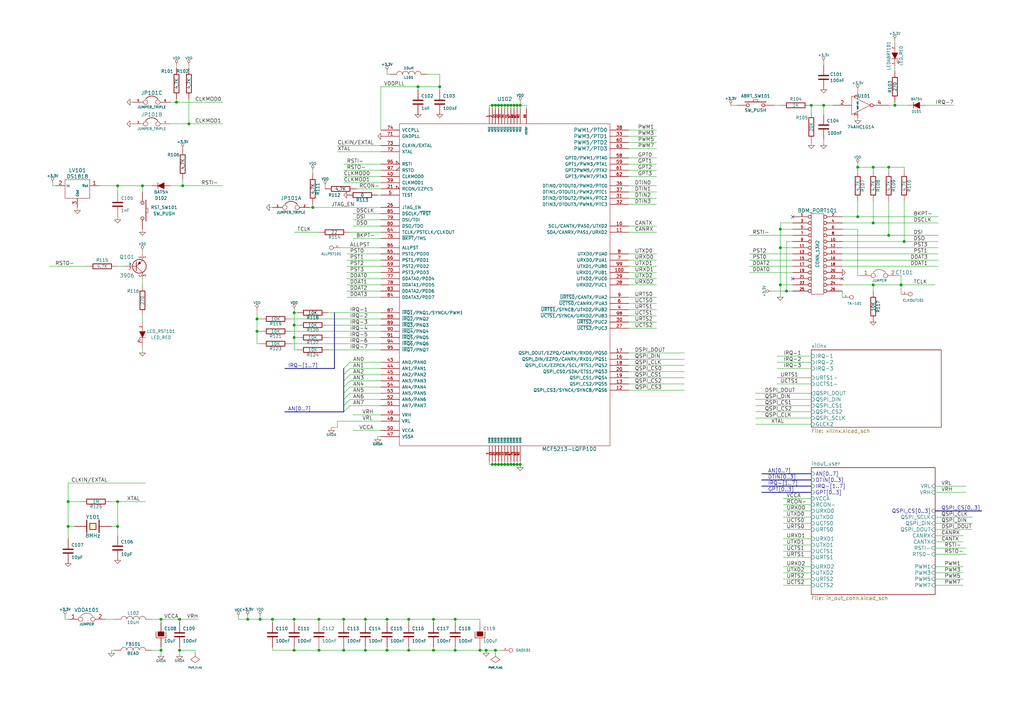
<source format=kicad_sch>
(kicad_sch (version 20230121) (generator eeschema)
  (paper "A3")
  (title_block (title "Dev kit coldfire 5213") (date "Sun 22 Mar 2015") (rev "0"))
  (junction (at 207.01 190.5) (diameter 1.016))
  (junction (at 205.74 190.5) (diameter 1.016))
  (junction (at 177.8 254) (diameter 1.016))
  (junction (at 167.64 266.7) (diameter 1.016))
  (junction (at 48.26 205.74) (diameter 1.016))
  (junction (at 77.47 50.8) (diameter 1.016))
  (junction (at 204.47 43.18) (diameter 1.016))
  (junction (at 120.65 254) (diameter 1.016))
  (junction (at 364.49 68.58) (diameter 1.016))
  (junction (at 320.04 101.6) (diameter 1.016))
  (junction (at 351.79 88.9) (diameter 1.016))
  (junction (at 210.82 43.18) (diameter 1.016))
  (junction (at 130.81 266.7) (diameter 1.016))
  (junction (at 177.8 266.7) (diameter 1.016))
  (junction (at 149.86 266.7) (diameter 1.016))
  (junction (at 351.79 68.58) (diameter 1.016))
  (junction (at 203.2 266.7) (diameter 1.016))
  (junction (at 203.2 43.18) (diameter 1.016))
  (junction (at 72.39 41.91) (diameter 1.016))
  (junction (at 167.64 254) (diameter 1.016))
  (junction (at 149.86 254) (diameter 1.016))
  (junction (at 332.74 43.18) (diameter 1.016))
  (junction (at 204.47 190.5) (diameter 1.016))
  (junction (at 358.14 68.58) (diameter 1.016))
  (junction (at 364.49 96.52) (diameter 1.016))
  (junction (at 208.28 190.5) (diameter 1.016))
  (junction (at 358.14 91.44) (diameter 1.016))
  (junction (at 370.84 99.06) (diameter 1.016))
  (junction (at 66.04 266.7) (diameter 1.016))
  (junction (at 158.75 254) (diameter 1.016))
  (junction (at 212.09 190.5) (diameter 1.016))
  (junction (at 322.58 119.38) (diameter 1.016))
  (junction (at 58.42 76.2) (diameter 1.016))
  (junction (at 320.04 116.84) (diameter 1.016))
  (junction (at 140.97 266.7) (diameter 1.016))
  (junction (at 212.09 43.18) (diameter 1.016))
  (junction (at 120.65 138.43) (diameter 1.016))
  (junction (at 208.28 43.18) (diameter 1.016))
  (junction (at 120.65 266.7) (diameter 1.016))
  (junction (at 27.94 205.74) (diameter 1.016))
  (junction (at 48.26 76.2) (diameter 1.016))
  (junction (at 101.6 254) (diameter 1.016))
  (junction (at 213.36 190.5) (diameter 1.016))
  (junction (at 105.41 135.89) (diameter 1.016))
  (junction (at 209.55 43.18) (diameter 1.016))
  (junction (at 203.2 190.5) (diameter 1.016))
  (junction (at 140.97 254) (diameter 1.016))
  (junction (at 130.81 254) (diameter 1.016))
  (junction (at 207.01 43.18) (diameter 1.016))
  (junction (at 73.66 266.7) (diameter 1.016))
  (junction (at 367.03 43.18) (diameter 1.016))
  (junction (at 320.04 93.98) (diameter 1.016))
  (junction (at 209.55 190.5) (diameter 1.016))
  (junction (at 120.65 128.27) (diameter 1.016))
  (junction (at 27.94 215.9) (diameter 1.016))
  (junction (at 120.65 133.35) (diameter 1.016))
  (junction (at 171.45 35.56) (diameter 1.016))
  (junction (at 201.93 190.5) (diameter 1.016))
  (junction (at 201.93 43.18) (diameter 1.016))
  (junction (at 73.66 254) (diameter 1.016))
  (junction (at 337.82 43.18) (diameter 1.016))
  (junction (at 210.82 190.5) (diameter 1.016))
  (junction (at 66.04 254) (diameter 1.016))
  (junction (at 48.26 215.9) (diameter 1.016))
  (junction (at 196.85 266.7) (diameter 1.016))
  (junction (at 205.74 43.18) (diameter 1.016))
  (junction (at 358.14 116.84) (diameter 1.016))
  (junction (at 186.69 254) (diameter 1.016))
  (junction (at 180.34 35.56) (diameter 1.016))
  (junction (at 186.69 266.7) (diameter 1.016))
  (junction (at 128.27 85.09) (diameter 1.016))
  (junction (at 111.76 254) (diameter 1.016))
  (junction (at 106.68 254) (diameter 1.016))
  (junction (at 369.57 116.84) (diameter 1.016))
  (junction (at 74.93 76.2) (diameter 1.016))
  (junction (at 105.41 130.81) (diameter 1.016))
  (junction (at 199.39 266.7) (diameter 1.016))
  (junction (at 213.36 43.18) (diameter 1.016))
  (junction (at 158.75 266.7) (diameter 1.016))
  (no_connect (at 325.12 114.3))
  (no_connect (at 345.44 114.3))
  (no_connect (at 325.12 88.9))
  (bus_entry (at 140.97 156.21) (size 2.54 -2.54) (stroke (width 0.1524)))
  (bus_entry (at 140.97 158.75) (size 2.54 -2.54) (stroke (width 0.1524)))
  (bus_entry (at 140.97 168.91) (size 2.54 -2.54) (stroke (width 0.1524)))
  (bus_entry (at 140.97 153.67) (size 2.54 -2.54) (stroke (width 0.1524)))
  (bus_entry (at 140.97 151.13) (size 2.54 -2.54) (stroke (width 0.1524)))
  (bus_entry (at 140.97 166.37) (size 2.54 -2.54) (stroke (width 0.1524)))
  (bus_entry (at 140.97 163.83) (size 2.54 -2.54) (stroke (width 0.1524)))
  (bus_entry (at 140.97 161.29) (size 2.54 -2.54) (stroke (width 0.1524)))
  (wire (pts (xy 177.8 266.7) (xy 186.69 266.7)))
  (wire (pts (xy 196.85 266.7) (xy 196.85 265.43)))
  (wire (pts (xy 158.75 254) (xy 158.75 255.27)))
  (wire (pts (xy 40.64 76.2) (xy 48.26 76.2)))
  (wire (pts (xy 269.24 76.2) (xy 257.81 76.2)))
  (wire (pts (xy 72.39 40.64) (xy 72.39 41.91)))
  (bus (pts (xy 137.16 151.13) (xy 116.84 151.13)))
  (wire (pts (xy 203.2 43.18) (xy 203.2 44.45)))
  (wire (pts (xy 384.81 109.22) (xy 345.44 109.22)))
  (bus (pts (xy 137.16 128.27) (xy 137.16 151.13)))
  (wire (pts (xy 318.77 154.94) (xy 332.74 154.94)))
  (wire (pts (xy 364.49 82.55) (xy 364.49 96.52)))
  (wire (pts (xy 370.84 82.55) (xy 370.84 99.06)))
  (wire (pts (xy 332.74 161.29) (xy 309.88 161.29)))
  (wire (pts (xy 186.69 254) (xy 196.85 254)))
  (wire (pts (xy 27.94 205.74) (xy 33.02 205.74)))
  (wire (pts (xy 77.47 40.64) (xy 77.47 50.8)))
  (wire (pts (xy 105.41 130.81) (xy 105.41 135.89)))
  (wire (pts (xy 200.66 43.18) (xy 201.93 43.18)))
  (wire (pts (xy 186.69 266.7) (xy 186.69 265.43)))
  (wire (pts (xy 269.24 83.82) (xy 257.81 83.82)))
  (wire (pts (xy 269.24 69.85) (xy 257.81 69.85)))
  (wire (pts (xy 101.6 252.73) (xy 101.6 254)))
  (wire (pts (xy 332.74 228.6) (xy 321.31 228.6)))
  (wire (pts (xy 203.2 43.18) (xy 204.47 43.18)))
  (wire (pts (xy 74.93 73.66) (xy 74.93 76.2)))
  (wire (pts (xy 269.24 78.74) (xy 257.81 78.74)))
  (wire (pts (xy 167.64 266.7) (xy 167.64 265.43)))
  (wire (pts (xy 210.82 43.18) (xy 210.82 44.45)))
  (wire (pts (xy 149.86 254) (xy 158.75 254)))
  (wire (pts (xy 149.86 266.7) (xy 149.86 265.43)))
  (wire (pts (xy 394.97 237.49) (xy 383.54 237.49)))
  (wire (pts (xy 210.82 190.5) (xy 210.82 189.23)))
  (wire (pts (xy 209.55 190.5) (xy 209.55 189.23)))
  (wire (pts (xy 210.82 190.5) (xy 212.09 190.5)))
  (wire (pts (xy 201.93 44.45) (xy 201.93 43.18)))
  (wire (pts (xy 269.24 55.88) (xy 257.81 55.88)))
  (wire (pts (xy 58.42 114.3) (xy 58.42 116.84)))
  (wire (pts (xy 345.44 91.44) (xy 358.14 91.44)))
  (wire (pts (xy 364.49 68.58) (xy 364.49 69.85)))
  (wire (pts (xy 149.86 266.7) (xy 158.75 266.7)))
  (wire (pts (xy 135.89 176.53) (xy 135.89 175.26)))
  (wire (pts (xy 144.78 92.71) (xy 156.21 92.71)))
  (wire (pts (xy 307.34 96.52) (xy 325.12 96.52)))
  (wire (pts (xy 171.45 36.83) (xy 171.45 35.56)))
  (wire (pts (xy 167.64 254) (xy 177.8 254)))
  (wire (pts (xy 77.47 27.94) (xy 77.47 26.67)))
  (wire (pts (xy 120.65 138.43) (xy 121.92 138.43)))
  (wire (pts (xy 212.09 190.5) (xy 212.09 189.23)))
  (wire (pts (xy 213.36 190.5) (xy 213.36 191.77)))
  (wire (pts (xy 345.44 93.98) (xy 351.79 93.98)))
  (wire (pts (xy 370.84 68.58) (xy 370.84 69.85)))
  (wire (pts (xy 213.36 41.91) (xy 213.36 43.18)))
  (wire (pts (xy 80.01 266.7) (xy 73.66 266.7)))
  (bus (pts (xy 140.97 163.83) (xy 140.97 166.37)))
  (wire (pts (xy 200.66 190.5) (xy 201.93 190.5)))
  (wire (pts (xy 320.04 116.84) (xy 325.12 116.84)))
  (wire (pts (xy 130.81 95.25) (xy 120.65 95.25)))
  (wire (pts (xy 208.28 43.18) (xy 208.28 44.45)))
  (wire (pts (xy 203.2 190.5) (xy 203.2 189.23)))
  (wire (pts (xy 269.24 121.92) (xy 257.81 121.92)))
  (wire (pts (xy 120.65 127) (xy 120.65 128.27)))
  (wire (pts (xy 27.94 198.12) (xy 27.94 205.74)))
  (wire (pts (xy 48.26 76.2) (xy 48.26 78.74)))
  (wire (pts (xy 62.23 254) (xy 66.04 254)))
  (wire (pts (xy 367.03 43.18) (xy 372.11 43.18)))
  (wire (pts (xy 396.24 199.39) (xy 383.54 199.39)))
  (wire (pts (xy 332.74 212.09) (xy 321.31 212.09)))
  (wire (pts (xy 257.81 149.86) (xy 280.67 149.86)))
  (wire (pts (xy 370.84 99.06) (xy 384.81 99.06)))
  (wire (pts (xy 345.44 96.52) (xy 364.49 96.52)))
  (wire (pts (xy 269.24 134.62) (xy 257.81 134.62)))
  (wire (pts (xy 156.21 166.37) (xy 143.51 166.37)))
  (wire (pts (xy 320.04 91.44) (xy 320.04 93.98)))
  (wire (pts (xy 337.82 25.4) (xy 337.82 26.67)))
  (wire (pts (xy 128.27 83.82) (xy 128.27 85.09)))
  (wire (pts (xy 156.21 151.13) (xy 143.51 151.13)))
  (wire (pts (xy 73.66 265.43) (xy 73.66 266.7)))
  (wire (pts (xy 156.21 111.76) (xy 142.24 111.76)))
  (wire (pts (xy 332.74 171.45) (xy 309.88 171.45)))
  (wire (pts (xy 351.79 68.58) (xy 351.79 69.85)))
  (wire (pts (xy 203.2 267.97) (xy 203.2 266.7)))
  (wire (pts (xy 351.79 88.9) (xy 384.81 88.9)))
  (wire (pts (xy 383.54 212.09) (xy 398.78 212.09)))
  (wire (pts (xy 156.21 176.53) (xy 144.78 176.53)))
  (wire (pts (xy 269.24 95.25) (xy 257.81 95.25)))
  (wire (pts (xy 105.41 135.89) (xy 105.41 140.97)))
  (wire (pts (xy 269.24 64.77) (xy 257.81 64.77)))
  (wire (pts (xy 156.21 95.25) (xy 143.51 95.25)))
  (wire (pts (xy 58.42 142.24) (xy 58.42 144.78)))
  (wire (pts (xy 130.81 266.7) (xy 130.81 265.43)))
  (wire (pts (xy 351.79 49.53) (xy 351.79 48.26)))
  (wire (pts (xy 204.47 190.5) (xy 205.74 190.5)))
  (wire (pts (xy 209.55 43.18) (xy 210.82 43.18)))
  (wire (pts (xy 353.06 113.03) (xy 351.79 113.03)))
  (wire (pts (xy 120.65 265.43) (xy 120.65 266.7)))
  (wire (pts (xy 180.34 30.48) (xy 180.34 35.56)))
  (wire (pts (xy 200.66 44.45) (xy 200.66 43.18)))
  (wire (pts (xy 325.12 99.06) (xy 322.58 99.06)))
  (wire (pts (xy 120.65 138.43) (xy 120.65 143.51)))
  (wire (pts (xy 320.04 101.6) (xy 325.12 101.6)))
  (wire (pts (xy 269.24 114.3) (xy 257.81 114.3)))
  (wire (pts (xy 257.81 157.48) (xy 280.67 157.48)))
  (wire (pts (xy 257.81 160.02) (xy 280.67 160.02)))
  (wire (pts (xy 318.77 148.59) (xy 332.74 148.59)))
  (wire (pts (xy 48.26 205.74) (xy 59.69 205.74)))
  (wire (pts (xy 207.01 43.18) (xy 208.28 43.18)))
  (wire (pts (xy 73.66 254) (xy 81.28 254)))
  (wire (pts (xy 345.44 119.38) (xy 345.44 121.92)))
  (wire (pts (xy 119.38 140.97) (xy 156.21 140.97)))
  (wire (pts (xy 332.74 163.83) (xy 309.88 163.83)))
  (wire (pts (xy 369.57 113.03) (xy 368.3 113.03)))
  (wire (pts (xy 140.97 72.39) (xy 156.21 72.39)))
  (wire (pts (xy 394.97 222.25) (xy 383.54 222.25)))
  (wire (pts (xy 205.74 43.18) (xy 207.01 43.18)))
  (wire (pts (xy 384.81 101.6) (xy 345.44 101.6)))
  (wire (pts (xy 156.21 161.29) (xy 143.51 161.29)))
  (wire (pts (xy 106.68 252.73) (xy 106.68 254)))
  (wire (pts (xy 58.42 129.54) (xy 58.42 132.08)))
  (wire (pts (xy 134.62 138.43) (xy 156.21 138.43)))
  (wire (pts (xy 358.14 82.55) (xy 358.14 91.44)))
  (wire (pts (xy 332.74 234.95) (xy 321.31 234.95)))
  (wire (pts (xy 257.81 152.4) (xy 280.67 152.4)))
  (wire (pts (xy 120.65 266.7) (xy 130.81 266.7)))
  (wire (pts (xy 322.58 119.38) (xy 325.12 119.38)))
  (wire (pts (xy 105.41 140.97) (xy 106.68 140.97)))
  (wire (pts (xy 212.09 43.18) (xy 212.09 44.45)))
  (wire (pts (xy 158.75 30.48) (xy 158.75 29.21)))
  (wire (pts (xy 111.76 254) (xy 111.76 255.27)))
  (wire (pts (xy 367.03 41.91) (xy 367.03 43.18)))
  (wire (pts (xy 156.21 121.92) (xy 142.24 121.92)))
  (wire (pts (xy 269.24 60.96) (xy 257.81 60.96)))
  (wire (pts (xy 128.27 69.85) (xy 128.27 71.12)))
  (wire (pts (xy 337.82 43.18) (xy 341.63 43.18)))
  (wire (pts (xy 144.78 87.63) (xy 156.21 87.63)))
  (wire (pts (xy 215.9 43.18) (xy 215.9 44.45)))
  (wire (pts (xy 199.39 266.7) (xy 203.2 266.7)))
  (wire (pts (xy 110.49 85.09) (xy 111.76 85.09)))
  (wire (pts (xy 156.21 80.01) (xy 154.94 80.01)))
  (wire (pts (xy 144.78 170.18) (xy 156.21 170.18)))
  (wire (pts (xy 105.41 127) (xy 105.41 130.81)))
  (wire (pts (xy 213.36 43.18) (xy 213.36 44.45)))
  (wire (pts (xy 158.75 266.7) (xy 167.64 266.7)))
  (wire (pts (xy 186.69 266.7) (xy 196.85 266.7)))
  (wire (pts (xy 332.74 59.69) (xy 332.74 58.42)))
  (wire (pts (xy 394.97 240.03) (xy 383.54 240.03)))
  (wire (pts (xy 394.97 219.71) (xy 383.54 219.71)))
  (wire (pts (xy 140.97 67.31) (xy 156.21 67.31)))
  (wire (pts (xy 48.26 205.74) (xy 48.26 215.9)))
  (wire (pts (xy 54.61 50.8) (xy 53.34 50.8)))
  (wire (pts (xy 317.5 43.18) (xy 320.04 43.18)))
  (wire (pts (xy 120.65 254) (xy 130.81 254)))
  (wire (pts (xy 27.94 215.9) (xy 30.48 215.9)))
  (wire (pts (xy 321.31 204.47) (xy 332.74 204.47)))
  (wire (pts (xy 212.09 190.5) (xy 213.36 190.5)))
  (wire (pts (xy 204.47 190.5) (xy 204.47 189.23)))
  (wire (pts (xy 43.18 254) (xy 46.99 254)))
  (wire (pts (xy 177.8 266.7) (xy 177.8 265.43)))
  (wire (pts (xy 154.94 179.07) (xy 154.94 180.34)))
  (wire (pts (xy 54.61 41.91) (xy 53.34 41.91)))
  (wire (pts (xy 119.38 130.81) (xy 156.21 130.81)))
  (wire (pts (xy 130.81 254) (xy 130.81 255.27)))
  (wire (pts (xy 358.14 116.84) (xy 358.14 119.38)))
  (wire (pts (xy 209.55 190.5) (xy 210.82 190.5)))
  (wire (pts (xy 156.21 109.22) (xy 142.24 109.22)))
  (wire (pts (xy 269.24 104.14) (xy 257.81 104.14)))
  (wire (pts (xy 156.21 35.56) (xy 171.45 35.56)))
  (wire (pts (xy 367.03 16.51) (xy 367.03 17.78)))
  (wire (pts (xy 367.03 29.21) (xy 367.03 27.94)))
  (wire (pts (xy 69.85 50.8) (xy 77.47 50.8)))
  (wire (pts (xy 384.81 104.14) (xy 345.44 104.14)))
  (wire (pts (xy 134.62 143.51) (xy 156.21 143.51)))
  (wire (pts (xy 321.31 207.01) (xy 332.74 207.01)))
  (wire (pts (xy 58.42 95.25) (xy 58.42 93.98)))
  (wire (pts (xy 46.99 266.7) (xy 45.72 266.7)))
  (wire (pts (xy 269.24 58.42) (xy 257.81 58.42)))
  (wire (pts (xy 48.26 109.22) (xy 50.8 109.22)))
  (wire (pts (xy 127 85.09) (xy 128.27 85.09)))
  (wire (pts (xy 210.82 43.18) (xy 212.09 43.18)))
  (wire (pts (xy 156.21 148.59) (xy 143.51 148.59)))
  (wire (pts (xy 269.24 127) (xy 257.81 127)))
  (wire (pts (xy 364.49 43.18) (xy 367.03 43.18)))
  (wire (pts (xy 77.47 50.8) (xy 91.44 50.8)))
  (wire (pts (xy 351.79 67.31) (xy 351.79 68.58)))
  (wire (pts (xy 332.74 166.37) (xy 309.88 166.37)))
  (wire (pts (xy 48.26 215.9) (xy 48.26 219.71)))
  (wire (pts (xy 391.16 43.18) (xy 379.73 43.18)))
  (wire (pts (xy 269.24 111.76) (xy 257.81 111.76)))
  (wire (pts (xy 120.65 133.35) (xy 121.92 133.35)))
  (wire (pts (xy 80.01 267.97) (xy 80.01 266.7)))
  (wire (pts (xy 156.21 116.84) (xy 142.24 116.84)))
  (wire (pts (xy 383.54 227.33) (xy 396.24 227.33)))
  (wire (pts (xy 27.94 215.9) (xy 27.94 220.98)))
  (bus (pts (xy 140.97 161.29) (xy 140.97 163.83)))
  (wire (pts (xy 316.23 119.38) (xy 322.58 119.38)))
  (wire (pts (xy 337.82 46.99) (xy 337.82 43.18)))
  (wire (pts (xy 66.04 265.43) (xy 66.04 266.7)))
  (wire (pts (xy 320.04 116.84) (xy 320.04 121.92)))
  (wire (pts (xy 134.62 128.27) (xy 156.21 128.27)))
  (wire (pts (xy 156.21 114.3) (xy 142.24 114.3)))
  (wire (pts (xy 21.59 76.2) (xy 22.86 76.2)))
  (wire (pts (xy 299.72 43.18) (xy 302.26 43.18)))
  (wire (pts (xy 383.54 224.79) (xy 396.24 224.79)))
  (wire (pts (xy 72.39 26.67) (xy 72.39 27.94)))
  (wire (pts (xy 204.47 43.18) (xy 204.47 44.45)))
  (wire (pts (xy 332.74 43.18) (xy 337.82 43.18)))
  (wire (pts (xy 69.85 76.2) (xy 74.93 76.2)))
  (wire (pts (xy 45.72 205.74) (xy 48.26 205.74)))
  (wire (pts (xy 156.21 35.56) (xy 156.21 53.34)))
  (wire (pts (xy 73.66 254) (xy 73.66 255.27)))
  (wire (pts (xy 209.55 43.18) (xy 209.55 44.45)))
  (wire (pts (xy 156.21 101.6) (xy 139.7 101.6)))
  (wire (pts (xy 337.82 59.69) (xy 337.82 57.15)))
  (wire (pts (xy 149.86 254) (xy 149.86 255.27)))
  (wire (pts (xy 196.85 254) (xy 196.85 255.27)))
  (bus (pts (xy 312.42 196.85) (xy 332.74 196.85)))
  (wire (pts (xy 269.24 106.68) (xy 257.81 106.68)))
  (wire (pts (xy 383.54 217.17) (xy 398.78 217.17)))
  (wire (pts (xy 351.79 68.58) (xy 358.14 68.58)))
  (bus (pts (xy 140.97 158.75) (xy 140.97 161.29)))
  (wire (pts (xy 325.12 93.98) (xy 320.04 93.98)))
  (wire (pts (xy 269.24 129.54) (xy 257.81 129.54)))
  (wire (pts (xy 72.39 41.91) (xy 91.44 41.91)))
  (wire (pts (xy 111.76 266.7) (xy 120.65 266.7)))
  (wire (pts (xy 58.42 102.87) (xy 58.42 104.14)))
  (wire (pts (xy 58.42 76.2) (xy 62.23 76.2)))
  (wire (pts (xy 201.93 190.5) (xy 201.93 189.23)))
  (bus (pts (xy 312.42 201.93) (xy 332.74 201.93)))
  (wire (pts (xy 138.43 62.23) (xy 156.21 62.23)))
  (wire (pts (xy 204.47 43.18) (xy 205.74 43.18)))
  (wire (pts (xy 140.97 74.93) (xy 156.21 74.93)))
  (wire (pts (xy 97.79 254) (xy 101.6 254)))
  (wire (pts (xy 332.74 217.17) (xy 321.31 217.17)))
  (wire (pts (xy 74.93 76.2) (xy 91.44 76.2)))
  (wire (pts (xy 144.78 90.17) (xy 156.21 90.17)))
  (wire (pts (xy 175.26 30.48) (xy 180.34 30.48)))
  (wire (pts (xy 140.97 69.85) (xy 156.21 69.85)))
  (wire (pts (xy 156.21 156.21) (xy 143.51 156.21)))
  (wire (pts (xy 205.74 43.18) (xy 205.74 44.45)))
  (wire (pts (xy 325.12 104.14) (xy 307.34 104.14)))
  (wire (pts (xy 351.79 82.55) (xy 351.79 88.9)))
  (wire (pts (xy 345.44 88.9) (xy 351.79 88.9)))
  (wire (pts (xy 58.42 78.74) (xy 58.42 76.2)))
  (wire (pts (xy 351.79 93.98) (xy 351.79 113.03)))
  (wire (pts (xy 207.01 190.5) (xy 207.01 189.23)))
  (wire (pts (xy 364.49 96.52) (xy 384.81 96.52)))
  (wire (pts (xy 257.81 154.94) (xy 280.67 154.94)))
  (wire (pts (xy 351.79 36.83) (xy 351.79 38.1)))
  (bus (pts (xy 140.97 153.67) (xy 140.97 156.21)))
  (wire (pts (xy 358.14 68.58) (xy 358.14 69.85)))
  (bus (pts (xy 140.97 166.37) (xy 140.97 168.91)))
  (wire (pts (xy 369.57 116.84) (xy 369.57 120.65)))
  (wire (pts (xy 130.81 254) (xy 140.97 254)))
  (wire (pts (xy 269.24 116.84) (xy 257.81 116.84)))
  (wire (pts (xy 213.36 189.23) (xy 213.36 190.5)))
  (wire (pts (xy 320.04 91.44) (xy 325.12 91.44)))
  (wire (pts (xy 332.74 168.91) (xy 309.88 168.91)))
  (wire (pts (xy 196.85 266.7) (xy 199.39 266.7)))
  (wire (pts (xy 48.26 76.2) (xy 58.42 76.2)))
  (wire (pts (xy 66.04 255.27) (xy 66.04 254)))
  (wire (pts (xy 269.24 53.34) (xy 257.81 53.34)))
  (bus (pts (xy 140.97 151.13) (xy 140.97 153.67)))
  (wire (pts (xy 383.54 214.63) (xy 398.78 214.63)))
  (wire (pts (xy 318.77 151.13) (xy 332.74 151.13)))
  (wire (pts (xy 369.57 113.03) (xy 369.57 116.84)))
  (wire (pts (xy 45.72 215.9) (xy 48.26 215.9)))
  (wire (pts (xy 208.28 190.5) (xy 209.55 190.5)))
  (wire (pts (xy 59.69 198.12) (xy 27.94 198.12)))
  (wire (pts (xy 156.21 77.47) (xy 146.05 77.47)))
  (wire (pts (xy 269.24 67.31) (xy 257.81 67.31)))
  (wire (pts (xy 138.43 175.26) (xy 138.43 172.72)))
  (wire (pts (xy 332.74 240.03) (xy 321.31 240.03)))
  (wire (pts (xy 345.44 99.06) (xy 370.84 99.06)))
  (wire (pts (xy 156.21 179.07) (xy 154.94 179.07)))
  (wire (pts (xy 120.65 254) (xy 120.65 255.27)))
  (wire (pts (xy 332.74 226.06) (xy 321.31 226.06)))
  (wire (pts (xy 134.62 133.35) (xy 156.21 133.35)))
  (wire (pts (xy 332.74 43.18) (xy 332.74 45.72)))
  (wire (pts (xy 62.23 266.7) (xy 66.04 266.7)))
  (wire (pts (xy 140.97 266.7) (xy 140.97 265.43)))
  (bus (pts (xy 140.97 168.91) (xy 116.84 168.91)))
  (wire (pts (xy 320.04 101.6) (xy 320.04 116.84)))
  (wire (pts (xy 200.66 190.5) (xy 200.66 189.23)))
  (wire (pts (xy 97.79 254) (xy 97.79 252.73)))
  (wire (pts (xy 318.77 157.48) (xy 332.74 157.48)))
  (wire (pts (xy 269.24 81.28) (xy 257.81 81.28)))
  (wire (pts (xy 140.97 266.7) (xy 149.86 266.7)))
  (wire (pts (xy 120.65 133.35) (xy 120.65 138.43)))
  (wire (pts (xy 177.8 254) (xy 177.8 255.27)))
  (wire (pts (xy 167.64 254) (xy 167.64 255.27)))
  (wire (pts (xy 325.12 109.22) (xy 307.34 109.22)))
  (wire (pts (xy 205.74 190.5) (xy 205.74 189.23)))
  (wire (pts (xy 31.75 85.09) (xy 31.75 86.36)))
  (wire (pts (xy 203.2 266.7) (xy 205.74 266.7)))
  (wire (pts (xy 119.38 135.89) (xy 156.21 135.89)))
  (bus (pts (xy 402.59 209.55) (xy 383.54 209.55)))
  (wire (pts (xy 120.65 128.27) (xy 121.92 128.27)))
  (wire (pts (xy 160.02 30.48) (xy 158.75 30.48)))
  (wire (pts (xy 207.01 43.18) (xy 207.01 44.45)))
  (wire (pts (xy 396.24 201.93) (xy 383.54 201.93)))
  (wire (pts (xy 156.21 153.67) (xy 143.51 153.67)))
  (wire (pts (xy 332.74 209.55) (xy 321.31 209.55)))
  (wire (pts (xy 205.74 190.5) (xy 207.01 190.5)))
  (wire (pts (xy 21.59 74.93) (xy 21.59 76.2)))
  (wire (pts (xy 158.75 254) (xy 167.64 254)))
  (wire (pts (xy 208.28 190.5) (xy 208.28 189.23)))
  (wire (pts (xy 105.41 130.81) (xy 106.68 130.81)))
  (wire (pts (xy 332.74 223.52) (xy 321.31 223.52)))
  (wire (pts (xy 133.35 77.47) (xy 133.35 76.2)))
  (wire (pts (xy 369.57 116.84) (xy 383.54 116.84)))
  (wire (pts (xy 322.58 99.06) (xy 322.58 119.38)))
  (wire (pts (xy 171.45 35.56) (xy 180.34 35.56)))
  (wire (pts (xy 48.26 90.17) (xy 48.26 88.9)))
  (wire (pts (xy 69.85 41.91) (xy 72.39 41.91)))
  (wire (pts (xy 257.81 147.32) (xy 280.67 147.32)))
  (wire (pts (xy 156.21 104.14) (xy 142.24 104.14)))
  (wire (pts (xy 120.65 128.27) (xy 120.65 133.35)))
  (wire (pts (xy 269.24 109.22) (xy 257.81 109.22)))
  (wire (pts (xy 208.28 43.18) (xy 209.55 43.18)))
  (wire (pts (xy 320.04 93.98) (xy 320.04 101.6)))
  (wire (pts (xy 101.6 254) (xy 106.68 254)))
  (wire (pts (xy 269.24 92.71) (xy 257.81 92.71)))
  (wire (pts (xy 120.65 143.51) (xy 121.92 143.51)))
  (wire (pts (xy 257.81 144.78) (xy 280.67 144.78)))
  (wire (pts (xy 140.97 254) (xy 149.86 254)))
  (wire (pts (xy 73.66 266.7) (xy 73.66 269.24)))
  (bus (pts (xy 140.97 156.21) (xy 140.97 158.75)))
  (wire (pts (xy 135.89 175.26) (xy 138.43 175.26)))
  (wire (pts (xy 35.56 109.22) (xy 20.32 109.22)))
  (wire (pts (xy 66.04 266.7) (xy 66.04 269.24)))
  (wire (pts (xy 309.88 173.99) (xy 332.74 173.99)))
  (wire (pts (xy 269.24 132.08) (xy 257.81 132.08)))
  (wire (pts (xy 358.14 116.84) (xy 369.57 116.84)))
  (wire (pts (xy 156.21 158.75) (xy 143.51 158.75)))
  (wire (pts (xy 128.27 85.09) (xy 156.21 85.09)))
  (wire (pts (xy 325.12 106.68) (xy 307.34 106.68)))
  (wire (pts (xy 144.78 97.79) (xy 156.21 97.79)))
  (wire (pts (xy 167.64 266.7) (xy 177.8 266.7)))
  (wire (pts (xy 384.81 106.68) (xy 345.44 106.68)))
  (wire (pts (xy 130.81 266.7) (xy 140.97 266.7)))
  (wire (pts (xy 177.8 254) (xy 186.69 254)))
  (wire (pts (xy 201.93 43.18) (xy 203.2 43.18)))
  (wire (pts (xy 269.24 72.39) (xy 257.81 72.39)))
  (wire (pts (xy 106.68 254) (xy 111.76 254)))
  (wire (pts (xy 111.76 265.43) (xy 111.76 266.7)))
  (wire (pts (xy 26.67 254) (xy 26.67 252.73)))
  (wire (pts (xy 158.75 266.7) (xy 158.75 265.43)))
  (wire (pts (xy 332.74 220.98) (xy 321.31 220.98)))
  (wire (pts (xy 111.76 254) (xy 120.65 254)))
  (wire (pts (xy 138.43 59.69) (xy 156.21 59.69)))
  (wire (pts (xy 364.49 68.58) (xy 370.84 68.58)))
  (wire (pts (xy 27.94 254) (xy 26.67 254)))
  (bus (pts (xy 312.42 199.39) (xy 332.74 199.39)))
  (bus (pts (xy 312.42 194.31) (xy 332.74 194.31)))
  (wire (pts (xy 325.12 111.76) (xy 307.34 111.76)))
  (wire (pts (xy 394.97 232.41) (xy 383.54 232.41)))
  (wire (pts (xy 138.43 172.72) (xy 156.21 172.72)))
  (wire (pts (xy 332.74 237.49) (xy 321.31 237.49)))
  (wire (pts (xy 180.34 35.56) (xy 180.34 36.83)))
  (wire (pts (xy 105.41 135.89) (xy 106.68 135.89)))
  (wire (pts (xy 27.94 205.74) (xy 27.94 215.9)))
  (wire (pts (xy 212.09 43.18) (xy 213.36 43.18)))
  (wire (pts (xy 394.97 234.95) (xy 383.54 234.95)))
  (wire (pts (xy 66.04 254) (xy 73.66 254)))
  (wire (pts (xy 269.24 124.46) (xy 257.81 124.46)))
  (wire (pts (xy 156.21 163.83) (xy 143.51 163.83)))
  (wire (pts (xy 199.39 266.7) (xy 199.39 267.97)))
  (wire (pts (xy 358.14 68.58) (xy 364.49 68.58)))
  (wire (pts (xy 156.21 119.38) (xy 142.24 119.38)))
  (wire (pts (xy 156.21 106.68) (xy 142.24 106.68)))
  (wire (pts (xy 45.72 266.7) (xy 45.72 267.97)))
  (wire (pts (xy 358.14 91.44) (xy 384.81 91.44)))
  (wire (pts (xy 213.36 43.18) (xy 215.9 43.18)))
  (wire (pts (xy 203.2 190.5) (xy 204.47 190.5)))
  (wire (pts (xy 332.74 232.41) (xy 321.31 232.41)))
  (wire (pts (xy 186.69 255.27) (xy 186.69 254)))
  (wire (pts (xy 207.01 190.5) (xy 208.28 190.5)))
  (wire (pts (xy 332.74 214.63) (xy 321.31 214.63)))
  (wire (pts (xy 140.97 254) (xy 140.97 255.27)))
  (wire (pts (xy 201.93 190.5) (xy 203.2 190.5)))
  (wire (pts (xy 318.77 146.05) (xy 332.74 146.05)))
  (wire (pts (xy 345.44 116.84) (xy 358.14 116.84)))
  (label "DSI" (at 374.65 96.52 0) (effects (font (size 1.524 1.524))))
  (label "JTAG_EN" (at 135.89 85.09 0) (effects (font (size 1.524 1.524))))
  (label "PWM3" (at 387.35 234.95 0) (effects (font (size 1.524 1.524))))
  (label "GPT[0..3]" (at 314.96 201.93 0) (effects (font (size 1.524 1.524))))
  (label "RCON-" (at 147.32 77.47 0) (effects (font (size 1.524 1.524))))
  (label "DDAT2" (at 308.61 109.22 0) (effects (font (size 1.524 1.524))))
  (label "PWM5" (at 261.62 58.42 0) (effects (font (size 1.524 1.524))))
  (label "QSPI_CLK" (at 386.08 212.09 0) (effects (font (size 1.524 1.524))))
  (label "UTXD0" (at 322.58 212.09 0) (effects (font (size 1.524 1.524))))
  (label "QSPI_DIN" (at 386.08 214.63 0) (effects (font (size 1.524 1.524))))
  (label "DTIN3" (at 260.35 83.82 0) (effects (font (size 1.524 1.524))))
  (label "PST2" (at 308.61 104.14 0) (effects (font (size 1.524 1.524))))
  (label "DSI" (at 146.05 90.17 0) (effects (font (size 1.524 1.524))))
  (label "DSPI_DOUT" (at 386.08 217.17 0) (effects (font (size 1.524 1.524))))
  (label "QSPI_CLK" (at 313.69 171.45 0) (effects (font (size 1.524 1.524))))
  (label "UTXD2" (at 322.58 234.95 0) (effects (font (size 1.524 1.524))))
  (label "QSPI_CS2" (at 260.35 157.48 0) (effects (font (size 1.524 1.524))))
  (label "IRQ-[1..7]" (at 314.96 199.39 0) (effects (font (size 1.524 1.524))))
  (label "GPT1" (at 261.62 67.31 0) (effects (font (size 1.524 1.524))))
  (label "AN[0..7]" (at 314.96 194.31 0) (effects (font (size 1.524 1.524))))
  (label "IRQ-2" (at 143.51 130.81 0) (effects (font (size 1.524 1.524))))
  (label "CANTX" (at 260.35 92.71 0) (effects (font (size 1.524 1.524))))
  (label "IRQ-7" (at 391.16 43.18 180) (effects (font (size 1.524 1.524))))
  (label "QSPI_CS[0..3]" (at 386.08 209.55 0) (effects (font (size 1.524 1.524))))
  (label "AN2" (at 144.78 153.67 0) (effects (font (size 1.524 1.524))))
  (label "GPT0" (at 261.62 64.77 0) (effects (font (size 1.524 1.524))))
  (label "CLKIN/EXTAL" (at 138.43 59.69 0) (effects (font (size 1.524 1.524))))
  (label "DTIN2" (at 260.35 81.28 0) (effects (font (size 1.524 1.524))))
  (label "DDAT3" (at 143.51 121.92 0) (effects (font (size 1.524 1.524))))
  (label "QSPI_CS1" (at 313.69 166.37 0) (effects (font (size 1.524 1.524))))
  (label "GPT2" (at 261.62 69.85 0) (effects (font (size 1.524 1.524))))
  (label "RSTI-" (at 387.35 224.79 0) (effects (font (size 1.524 1.524))))
  (label "UCTS2" (at 260.35 134.62 0) (effects (font (size 1.524 1.524))))
  (label "DTIN[0..3]" (at 314.96 196.85 0) (effects (font (size 1.524 1.524))))
  (label "UCTS1" (at 260.35 129.54 0) (effects (font (size 1.524 1.524))))
  (label "DDAT0" (at 143.51 114.3 0) (effects (font (size 1.524 1.524))))
  (label "IRQ-2" (at 321.31 148.59 0) (effects (font (size 1.524 1.524))))
  (label "VRL" (at 386.08 199.39 0) (effects (font (size 1.524 1.524))))
  (label "DSO" (at 146.05 92.71 0) (effects (font (size 1.524 1.524))))
  (label "IRQ-1" (at 321.31 146.05 0) (effects (font (size 1.524 1.524))))
  (label "URTS0" (at 260.35 121.92 0) (effects (font (size 1.524 1.524))))
  (label "AN1" (at 144.78 151.13 0) (effects (font (size 1.524 1.524))))
  (label "DDAT1" (at 143.51 116.84 0) (effects (font (size 1.524 1.524))))
  (label "URTS1" (at 320.04 154.94 0) (effects (font (size 1.524 1.524))))
  (label "AN[0..7]" (at 118.11 168.91 0) (effects (font (size 1.524 1.524))))
  (label "RCON-" (at 322.58 207.01 0) (effects (font (size 1.524 1.524))))
  (label "URTS1" (at 322.58 228.6 0) (effects (font (size 1.524 1.524))))
  (label "RSTI-" (at 308.61 96.52 0) (effects (font (size 1.524 1.524))))
  (label "PST0" (at 143.51 104.14 0) (effects (font (size 1.524 1.524))))
  (label "DTIN0" (at 260.35 76.2 0) (effects (font (size 1.524 1.524))))
  (label "VCCA" (at 67.31 254 0) (effects (font (size 1.524 1.524))))
  (label "VRH" (at 148.59 170.18 0) (effects (font (size 1.524 1.524))))
  (label "QSPI_CS3" (at 260.35 160.02 0) (effects (font (size 1.524 1.524))))
  (label "CLKMOD0" (at 140.97 72.39 0) (effects (font (size 1.524 1.524))))
  (label "UTXD2" (at 260.35 114.3 0) (effects (font (size 1.524 1.524))))
  (label "PWM1" (at 261.62 53.34 0) (effects (font (size 1.524 1.524))))
  (label "VCCA" (at 322.58 204.47 0) (effects (font (size 1.524 1.524))))
  (label "RSTO-" (at 30.48 109.22 180) (effects (font (size 1.524 1.524))))
  (label "QSPI_CLK" (at 260.35 149.86 0) (effects (font (size 1.524 1.524))))
  (label "VRH" (at 386.08 201.93 0) (effects (font (size 1.524 1.524))))
  (label "IRQ-7" (at 143.51 143.51 0) (effects (font (size 1.524 1.524))))
  (label "RSTO-" (at 142.24 69.85 0) (effects (font (size 1.524 1.524))))
  (label "CLKMOD1" (at 140.97 74.93 0) (effects (font (size 1.524 1.524))))
  (label "URXD0" (at 322.58 209.55 0) (effects (font (size 1.524 1.524))))
  (label "DSCLK" (at 146.05 87.63 0) (effects (font (size 1.524 1.524))))
  (label "CLKIN/EXTAL" (at 29.21 198.12 0) (effects (font (size 1.524 1.524))))
  (label "AN0" (at 144.78 148.59 0) (effects (font (size 1.524 1.524))))
  (label "DDAT2" (at 143.51 119.38 0) (effects (font (size 1.524 1.524))))
  (label "PST3" (at 143.51 111.76 0) (effects (font (size 1.524 1.524))))
  (label "XTAL" (at 316.23 173.99 0) (effects (font (size 1.524 1.524))))
  (label "IRQ-[1..7]" (at 118.11 151.13 0) (effects (font (size 1.524 1.524))))
  (label "PST3" (at 374.65 101.6 0) (effects (font (size 1.524 1.524))))
  (label "URTS1" (at 260.35 127 0) (effects (font (size 1.524 1.524))))
  (label "IRQ-3" (at 321.31 151.13 0) (effects (font (size 1.524 1.524))))
  (label "CLKMOD0" (at 80.01 41.91 0) (effects (font (size 1.524 1.524))))
  (label "DDAT0" (at 308.61 111.76 0) (effects (font (size 1.524 1.524))))
  (label "AN4" (at 144.78 158.75 0) (effects (font (size 1.524 1.524))))
  (label "PWM5" (at 387.35 237.49 0) (effects (font (size 1.524 1.524))))
  (label "TCLK" (at 121.92 95.25 0) (effects (font (size 1.524 1.524))))
  (label "PST2" (at 143.51 109.22 0) (effects (font (size 1.524 1.524))))
  (label "ALLPST" (at 143.51 101.6 0) (effects (font (size 1.524 1.524))))
  (label "QSPI_CS0" (at 260.35 152.4 0) (effects (font (size 1.524 1.524))))
  (label "CANRX" (at 386.08 219.71 0) (effects (font (size 1.524 1.524))))
  (label "GPT3" (at 261.62 72.39 0) (effects (font (size 1.524 1.524))))
  (label "PST1" (at 374.65 104.14 0) (effects (font (size 1.524 1.524))))
  (label "PWM7" (at 387.35 240.03 0) (effects (font (size 1.524 1.524))))
  (label "BKPT-" (at 374.65 88.9 0) (effects (font (size 1.524 1.524))))
  (label "UTXD0" (at 260.35 104.14 0) (effects (font (size 1.524 1.524))))
  (label "IRQ-4" (at 143.51 135.89 0) (effects (font (size 1.524 1.524))))
  (label "DSO" (at 374.65 99.06 0) (effects (font (size 1.524 1.524))))
  (label "AN3" (at 144.78 156.21 0) (effects (font (size 1.524 1.524))))
  (label "DSCLK" (at 374.65 91.44 0) (effects (font (size 1.524 1.524))))
  (label "IRQ-6" (at 143.51 140.97 0) (effects (font (size 1.524 1.524))))
  (label "PWM3" (at 261.62 55.88 0) (effects (font (size 1.524 1.524))))
  (label "BKPT-" (at 146.05 97.79 0) (effects (font (size 1.524 1.524))))
  (label "CANTX" (at 386.08 222.25 0) (effects (font (size 1.524 1.524))))
  (label "URXD2" (at 260.35 116.84 0) (effects (font (size 1.524 1.524))))
  (label "VRL" (at 148.59 172.72 0) (effects (font (size 1.524 1.524))))
  (label "URXD1" (at 322.58 220.98 0) (effects (font (size 1.524 1.524))))
  (label "DSPI_DOUT" (at 313.69 161.29 0) (effects (font (size 1.524 1.524))))
  (label "UCTS1" (at 322.58 226.06 0) (effects (font (size 1.524 1.524))))
  (label "QSPI_CS2" (at 313.69 168.91 0) (effects (font (size 1.524 1.524))))
  (label "UCTS2" (at 322.58 240.03 0) (effects (font (size 1.524 1.524))))
  (label "IRQ-3" (at 143.51 133.35 0) (effects (font (size 1.524 1.524))))
  (label "AN7" (at 144.78 166.37 0) (effects (font (size 1.524 1.524))))
  (label "DDAT3" (at 373.38 106.68 0) (effects (font (size 1.524 1.524))))
  (label "VRH" (at 81.28 254 180) (effects (font (size 1.524 1.524))))
  (label "PST0" (at 308.61 106.68 0) (effects (font (size 1.524 1.524))))
  (label "URTS2" (at 322.58 237.49 0) (effects (font (size 1.524 1.524))))
  (label "QSPI_DIN" (at 260.35 147.32 0) (effects (font (size 1.524 1.524))))
  (label "UCTS0" (at 322.58 214.63 0) (effects (font (size 1.524 1.524))))
  (label "DSPI_DOUT" (at 260.35 144.78 0) (effects (font (size 1.524 1.524))))
  (label "IRQ-1" (at 143.51 128.27 0) (effects (font (size 1.524 1.524))))
  (label "DTIN1" (at 260.35 78.74 0) (effects (font (size 1.524 1.524))))
  (label "CANRX" (at 260.35 95.25 0) (effects (font (size 1.524 1.524))))
  (label "UTXD1" (at 260.35 109.22 0) (effects (font (size 1.524 1.524))))
  (label "PWM7" (at 261.62 60.96 0) (effects (font (size 1.524 1.524))))
  (label "RSTI-" (at 142.24 67.31 0) (effects (font (size 1.524 1.524))))
  (label "PWM1" (at 387.35 232.41 0) (effects (font (size 1.524 1.524))))
  (label "RSTI-" (at 82.55 76.2 0) (effects (font (size 1.524 1.524))))
  (label "QSPI_DIN" (at 313.69 163.83 0) (effects (font (size 1.524 1.524))))
  (label "TCLK" (at 374.65 116.84 0) (effects (font (size 1.524 1.524))))
  (label "URTS0" (at 322.58 217.17 0) (effects (font (size 1.524 1.524))))
  (label "VCCA" (at 147.32 176.53 0) (effects (font (size 1.524 1.524))))
  (label "AN5" (at 144.78 161.29 0) (effects (font (size 1.524 1.524))))
  (label "URTS2" (at 260.35 132.08 0) (effects (font (size 1.524 1.524))))
  (label "UCTS0" (at 260.35 124.46 0) (effects (font (size 1.524 1.524))))
  (label "URXD0" (at 260.35 106.68 0) (effects (font (size 1.524 1.524))))
  (label "VDDPLL" (at 157.48 35.56 0) (effects (font (size 1.524 1.524))))
  (label "URXD2" (at 322.58 232.41 0) (effects (font (size 1.524 1.524))))
  (label "URXD1" (at 260.35 111.76 0) (effects (font (size 1.524 1.524))))
  (label "RSTO-" (at 387.35 227.33 0) (effects (font (size 1.524 1.524))))
  (label "XTAL" (at 52.07 205.74 0) (effects (font (size 1.524 1.524))))
  (label "UTXD1" (at 322.58 223.52 0) (effects (font (size 1.524 1.524))))
  (label "CLKMOD1" (at 80.01 50.8 0) (effects (font (size 1.524 1.524))))
  (label "PST1" (at 143.51 106.68 0) (effects (font (size 1.524 1.524))))
  (label "XTAL" (at 138.43 62.23 0) (effects (font (size 1.524 1.524))))
  (label "QSPI_CS1" (at 260.35 154.94 0) (effects (font (size 1.524 1.524))))
  (label "AN6" (at 144.78 163.83 0) (effects (font (size 1.524 1.524))))
  (label "IRQ-5" (at 143.51 138.43 0) (effects (font (size 1.524 1.524))))
  (label "DDAT1" (at 373.38 109.22 0) (effects (font (size 1.524 1.524))))
  (label "UCTS1" (at 320.04 157.48 0) (effects (font (size 1.524 1.524))))
  (symbol (lib_id "kit-coldfire_schlib:MCF5213-LQFP100") (at 207.01 116.84 0) (unit 1)
    (property "Reference" "U102" (at 207.01 40.64 0) (effects (font (size 1.524 1.524))))
    (property "Value" "MCF5213-LQFP100" (at 222.25 184.15 0) (effects (font (size 1.524 1.524)) (justify left)))
    (property "Footprint" "Package_QFP:LQFP-100_14x14mm_P0.5mm" (effects hide))
  )
  (symbol (lib_id "kit-coldfire_schlib:C") (at 111.76 260.35 0) (unit 1)
    (property "Reference" "C110" (at 113.03 257.81 0) (effects (justify left)))
    (property "Value" "100nF" (at 113.03 262.89 0) (effects (justify left)))
    (property "Footprint" "Capacitor_SMD:C_0805_2012Metric" (effects hide))
  )
  (symbol (lib_id "kit-coldfire_schlib:C") (at 120.65 260.35 0) (unit 1)
    (property "Reference" "C111" (at 121.92 257.81 0) (effects (justify left)))
    (property "Value" "100nF" (at 121.92 262.89 0) (effects (justify left)))
    (property "Footprint" "Capacitor_SMD:C_0805_2012Metric" (effects hide))
  )
  (symbol (lib_id "kit-coldfire_schlib:C") (at 140.97 260.35 0) (unit 1)
    (property "Reference" "C113" (at 142.24 257.81 0) (effects (justify left)))
    (property "Value" "100nF" (at 142.24 262.89 0) (effects (justify left)))
    (property "Footprint" "Capacitor_SMD:C_0805_2012Metric" (effects hide))
  )
  (symbol (lib_id "kit-coldfire_schlib:C") (at 149.86 260.35 0) (unit 1)
    (property "Reference" "C114" (at 151.13 257.81 0) (effects (justify left)))
    (property "Value" "100nF" (at 151.13 262.89 0) (effects (justify left)))
    (property "Footprint" "Capacitor_SMD:C_0805_2012Metric" (effects hide))
  )
  (symbol (lib_id "kit-coldfire_schlib:C") (at 158.75 260.35 0) (unit 1)
    (property "Reference" "C115" (at 160.02 257.81 0) (effects (justify left)))
    (property "Value" "100nF" (at 160.02 262.89 0) (effects (justify left)))
    (property "Footprint" "Capacitor_SMD:C_0805_2012Metric" (effects hide))
  )
  (symbol (lib_id "kit-coldfire_schlib:C") (at 167.64 260.35 0) (unit 1)
    (property "Reference" "C116" (at 168.91 257.81 0) (effects (justify left)))
    (property "Value" "100nF" (at 168.91 262.89 0) (effects (justify left)))
    (property "Footprint" "Capacitor_SMD:C_0805_2012Metric" (effects hide))
  )
  (symbol (lib_id "kit-coldfire_schlib:C") (at 177.8 260.35 0) (unit 1)
    (property "Reference" "C117" (at 179.07 257.81 0) (effects (justify left)))
    (property "Value" "100nF" (at 179.07 262.89 0) (effects (justify left)))
    (property "Footprint" "Capacitor_SMD:C_0805_2012Metric" (effects hide))
  )
  (symbol (lib_id "kit-coldfire_schlib:C") (at 186.69 260.35 0) (unit 1)
    (property "Reference" "C118" (at 187.96 257.81 0) (effects (justify left)))
    (property "Value" "100nF" (at 187.96 262.89 0) (effects (justify left)))
    (property "Footprint" "Capacitor_SMD:C_0805_2012Metric" (effects hide))
  )
  (symbol (lib_id "kit-coldfire_schlib:+3.3V") (at 101.6 252.73 0) (unit 1)
    (property "Reference" "#PWR0143" (effects hide))
    (property "Value" "+3.3V" (at 101.6 249.936 0) (effects (font (size 1.016 1.016))))
  )
  (symbol (lib_id "kit-coldfire_schlib:CP") (at 196.85 260.35 0) (unit 1)
    (property "Reference" "C119" (at 198.12 257.81 0) (effects (justify left)))
    (property "Value" "100uF" (at 198.12 262.89 0) (effects (justify left)))
    (property "Footprint" "kit-dev-coldfire:SM1206POL" (effects hide))
  )
  (symbol (lib_id "kit-coldfire_schlib:GND") (at 199.39 267.97 0) (unit 1)
    (property "Reference" "#PWR0146" (effects hide))
    (property "Value" "GND" (effects hide))
  )
  (symbol (lib_id "kit-coldfire_schlib:VDD") (at 106.68 252.73 0) (unit 1)
    (property "Reference" "#PWR0144" (effects hide))
    (property "Value" "VDD" (at 106.68 249.936 0) (effects (font (size 1.016 1.016))))
  )
  (symbol (lib_id "kit-coldfire_schlib:CONN_13X2") (at 335.28 104.14 0) (unit 1)
    (property "Reference" "BDM_PORT101" (at 335.28 86.36 0) (effects (font (size 1.524 1.524))))
    (property "Value" "CONN_13X2" (at 335.28 104.14 90))
    (property "Footprint" "Connector_PinHeader_2.54mm:PinHeader_2x13_P2.54mm_Vertical" (effects hide))
  )
  (symbol (lib_id "kit-coldfire_schlib:GND") (at 320.04 121.92 0) (unit 1)
    (property "Reference" "#PWR0131" (effects hide))
    (property "Value" "GND" (effects hide))
  )
  (symbol (lib_id "kit-coldfire_schlib:GND") (at 345.44 111.76 90) (unit 1)
    (property "Reference" "#PWR0129" (effects hide))
    (property "Value" "GND" (effects hide))
  )
  (symbol (lib_id "kit-coldfire_schlib:R") (at 128.27 77.47 0) (unit 1)
    (property "Reference" "R111" (at 130.302 77.47 90))
    (property "Value" "4,7K" (at 128.27 77.47 90))
    (property "Footprint" "Resistor_SMD:R_0805_2012Metric" (effects hide))
  )
  (symbol (lib_id "kit-coldfire_schlib:GND") (at 53.34 41.91 270) (unit 1)
    (property "Reference" "#PWR0108" (effects hide))
    (property "Value" "GND" (effects hide))
  )
  (symbol (lib_id "kit-coldfire_schlib:VDD") (at 128.27 69.85 0) (unit 1)
    (property "Reference" "#PWR0120" (effects hide))
    (property "Value" "VDD" (at 128.27 67.056 0) (effects (font (size 1.016 1.016))))
  )
  (symbol (lib_id "kit-coldfire_schlib:C") (at 130.81 260.35 0) (unit 1)
    (property "Reference" "C112" (at 132.08 257.81 0) (effects (justify left)))
    (property "Value" "100nF" (at 132.08 262.89 0) (effects (justify left)))
    (property "Footprint" "Capacitor_SMD:C_0805_2012Metric" (effects hide))
  )
  (symbol (lib_id "kit-coldfire_schlib:VDD") (at 213.36 41.91 0) (unit 1)
    (property "Reference" "#PWR0109" (effects hide))
    (property "Value" "VDD" (at 213.36 39.116 0) (effects (font (size 1.016 1.016))))
  )
  (symbol (lib_id "kit-coldfire_schlib:R") (at 72.39 34.29 0) (unit 1)
    (property "Reference" "R101" (at 68.58 29.21 0))
    (property "Value" "4,7K" (at 72.39 34.29 90))
    (property "Footprint" "Resistor_SMD:R_0805_2012Metric" (effects hide))
  )
  (symbol (lib_id "kit-coldfire_schlib:VDD") (at 72.39 26.67 0) (unit 1)
    (property "Reference" "#PWR0103" (effects hide))
    (property "Value" "VDD" (at 72.39 23.876 0) (effects (font (size 1.016 1.016))))
  )
  (symbol (lib_id "kit-coldfire_schlib:R") (at 77.47 34.29 0) (unit 1)
    (property "Reference" "R102" (at 74.93 29.21 0))
    (property "Value" "4,7K" (at 77.47 34.29 90))
    (property "Footprint" "Resistor_SMD:R_0805_2012Metric" (effects hide))
  )
  (symbol (lib_id "kit-coldfire_schlib:VDD") (at 77.47 26.67 0) (unit 1)
    (property "Reference" "#PWR0104" (effects hide))
    (property "Value" "VDD" (at 77.47 23.876 0) (effects (font (size 1.016 1.016))))
  )
  (symbol (lib_id "kit-coldfire_schlib:GND") (at 53.34 50.8 270) (unit 1)
    (property "Reference" "#PWR0114" (effects hide))
    (property "Value" "GND" (effects hide))
  )
  (symbol (lib_id "kit-coldfire_schlib:GND") (at 142.24 80.01 270) (unit 1)
    (property "Reference" "#PWR0123" (effects hide))
    (property "Value" "GND" (effects hide))
  )
  (symbol (lib_id "kit-coldfire_schlib:R") (at 137.16 95.25 270) (unit 1)
    (property "Reference" "R114" (at 137.16 97.282 90))
    (property "Value" "22" (at 137.16 95.25 90))
    (property "Footprint" "Resistor_SMD:R_0805_2012Metric" (effects hide))
  )
  (symbol (lib_id "kit-coldfire_schlib:R") (at 351.79 76.2 0) (unit 1)
    (property "Reference" "R107" (at 353.822 76.2 90))
    (property "Value" "4,7K" (at 351.79 76.2 90))
    (property "Footprint" "Resistor_SMD:R_0805_2012Metric" (effects hide))
  )
  (symbol (lib_id "kit-coldfire_schlib:R") (at 358.14 76.2 0) (unit 1)
    (property "Reference" "R108" (at 360.172 76.2 90))
    (property "Value" "4,7K" (at 358.14 76.2 90))
    (property "Footprint" "Resistor_SMD:R_0805_2012Metric" (effects hide))
  )
  (symbol (lib_id "kit-coldfire_schlib:R") (at 364.49 76.2 0) (unit 1)
    (property "Reference" "R109" (at 366.522 76.2 90))
    (property "Value" "4,7K" (at 364.49 76.2 90))
    (property "Footprint" "Resistor_SMD:R_0805_2012Metric" (effects hide))
  )
  (symbol (lib_id "kit-coldfire_schlib:R") (at 370.84 76.2 0) (unit 1)
    (property "Reference" "R110" (at 372.872 76.2 90))
    (property "Value" "4,7K" (at 370.84 76.2 90))
    (property "Footprint" "Resistor_SMD:R_0805_2012Metric" (effects hide))
  )
  (symbol (lib_id "kit-coldfire_schlib:VDD") (at 351.79 67.31 0) (unit 1)
    (property "Reference" "#PWR0119" (effects hide))
    (property "Value" "VDD" (at 351.79 64.516 0) (effects (font (size 1.016 1.016))))
  )
  (symbol (lib_id "kit-coldfire_schlib:CONN_1") (at 373.38 120.65 0) (unit 1)
    (property "Reference" "CLKOUT101" (at 374.65 123.19 0) (effects (font (size 1.016 1.016))))
    (property "Value" "CONN_1" (effects hide))
    (property "Footprint" "Connector_PinHeader_2.54mm:PinHeader_1x01_P2.54mm_Vertical" (effects hide))
  )
  (symbol (lib_id "kit-coldfire_schlib:R") (at 358.14 125.73 0) (unit 1)
    (property "Reference" "R117" (at 360.172 125.73 90))
    (property "Value" "10K" (at 358.14 125.73 90))
    (property "Footprint" "Resistor_SMD:R_0805_2012Metric" (effects hide))
  )
  (symbol (lib_id "kit-coldfire_schlib:GND") (at 358.14 132.08 0) (unit 1)
    (property "Reference" "#PWR0134" (effects hide))
    (property "Value" "GND" (effects hide))
  )
  (symbol (lib_id "kit-coldfire_schlib:+3.3V") (at 316.23 119.38 90) (unit 1)
    (property "Reference" "#PWR0130" (effects hide))
    (property "Value" "+3.3V" (at 313.436 119.38 0) (effects (font (size 1.016 1.016))))
  )
  (symbol (lib_id "kit-coldfire_schlib:CONN_1") (at 349.25 121.92 0) (unit 1)
    (property "Reference" "TA-101" (at 350.52 124.46 0) (effects (font (size 1.016 1.016))))
    (property "Value" "CONN_1" (effects hide))
    (property "Footprint" "Connector_PinHeader_2.54mm:PinHeader_1x01_P2.54mm_Vertical" (effects hide))
  )
  (symbol (lib_id "kit-coldfire_schlib:R") (at 128.27 128.27 270) (unit 1)
    (property "Reference" "R118" (at 128.27 130.302 90))
    (property "Value" "10K" (at 128.27 128.27 90))
    (property "Footprint" "Resistor_SMD:R_0805_2012Metric" (effects hide))
  )
  (symbol (lib_id "kit-coldfire_schlib:R") (at 113.03 130.81 270) (unit 1)
    (property "Reference" "R119" (at 113.03 132.842 90))
    (property "Value" "10K" (at 113.03 130.81 90))
    (property "Footprint" "Resistor_SMD:R_0805_2012Metric" (effects hide))
  )
  (symbol (lib_id "kit-coldfire_schlib:R") (at 128.27 133.35 270) (unit 1)
    (property "Reference" "R120" (at 128.27 135.382 90))
    (property "Value" "10K" (at 128.27 133.35 90))
    (property "Footprint" "Resistor_SMD:R_0805_2012Metric" (effects hide))
  )
  (symbol (lib_id "kit-coldfire_schlib:R") (at 113.03 135.89 270) (unit 1)
    (property "Reference" "R121" (at 113.03 137.922 90))
    (property "Value" "10K" (at 113.03 135.89 90))
    (property "Footprint" "Resistor_SMD:R_0805_2012Metric" (effects hide))
  )
  (symbol (lib_id "kit-coldfire_schlib:R") (at 128.27 138.43 270) (unit 1)
    (property "Reference" "R122" (at 128.27 140.462 90))
    (property "Value" "10K" (at 128.27 138.43 90))
    (property "Footprint" "Resistor_SMD:R_0805_2012Metric" (effects hide))
  )
  (symbol (lib_id "kit-coldfire_schlib:R") (at 113.03 140.97 270) (unit 1)
    (property "Reference" "R123" (at 113.03 143.002 90))
    (property "Value" "10K" (at 113.03 140.97 90))
    (property "Footprint" "Resistor_SMD:R_0805_2012Metric" (effects hide))
  )
  (symbol (lib_id "kit-coldfire_schlib:R") (at 128.27 143.51 270) (unit 1)
    (property "Reference" "R124" (at 128.27 145.542 90))
    (property "Value" "10K" (at 128.27 143.51 90))
    (property "Footprint" "Resistor_SMD:R_0805_2012Metric" (effects hide))
  )
  (symbol (lib_id "kit-coldfire_schlib:VDD") (at 105.41 127 0) (unit 1)
    (property "Reference" "#PWR0132" (effects hide))
    (property "Value" "VDD" (at 105.41 124.206 0) (effects (font (size 1.016 1.016))))
  )
  (symbol (lib_id "kit-coldfire_schlib:VDD") (at 120.65 127 0) (unit 1)
    (property "Reference" "#PWR0133" (effects hide))
    (property "Value" "VDD" (at 120.65 124.206 0) (effects (font (size 1.016 1.016))))
  )
  (symbol (lib_id "kit-coldfire_schlib:GND") (at 156.21 55.88 270) (unit 1)
    (property "Reference" "#PWR0115" (effects hide))
    (property "Value" "GND" (effects hide))
  )
  (symbol (lib_id "kit-coldfire_schlib:R") (at 148.59 80.01 270) (unit 1)
    (property "Reference" "R113" (at 148.59 82.042 90))
    (property "Value" "0" (at 148.59 80.01 90))
    (property "Footprint" "Resistor_SMD:R_0805_2012Metric" (effects hide))
  )
  (symbol (lib_id "kit-coldfire_schlib:GND") (at 110.49 85.09 270) (unit 1)
    (property "Reference" "#PWR0124" (effects hide))
    (property "Value" "GND" (effects hide))
  )
  (symbol (lib_id "kit-coldfire_schlib:+3.3V") (at 158.75 29.21 0) (unit 1)
    (property "Reference" "#PWR0105" (effects hide))
    (property "Value" "+3.3V" (at 158.75 26.416 0) (effects (font (size 1.016 1.016))))
  )
  (symbol (lib_id "kit-coldfire_schlib:INDUCTOR") (at 167.64 30.48 90) (unit 1)
    (property "Reference" "L101" (at 167.64 31.75 90) (effects (font (size 1.016 1.016))))
    (property "Value" "10uH" (at 167.64 27.94 90) (effects (font (size 1.016 1.016))))
    (property "Footprint" "Resistor_SMD:R_1206_3216Metric_Pad1.24x1.80mm_HandSolder" (effects hide))
  )
  (symbol (lib_id "kit-coldfire_schlib:C") (at 180.34 41.91 0) (unit 1)
    (property "Reference" "C103" (at 181.61 39.37 0) (effects (justify left)))
    (property "Value" "100nF" (at 181.61 44.45 0) (effects (justify left)))
    (property "Footprint" "Capacitor_SMD:C_0805_2012Metric" (effects hide))
  )
  (symbol (lib_id "kit-coldfire_schlib:C") (at 171.45 41.91 0) (unit 1)
    (property "Reference" "C102" (at 172.72 39.37 0) (effects (justify left)))
    (property "Value" "1nF" (at 172.72 44.45 0) (effects (justify left)))
    (property "Footprint" "Capacitor_SMD:C_0805_2012Metric" (effects hide))
  )
  (symbol (lib_id "kit-coldfire_schlib:GND") (at 171.45 46.99 0) (unit 1)
    (property "Reference" "#PWR0111" (effects hide))
    (property "Value" "GND" (effects hide))
  )
  (symbol (lib_id "kit-coldfire_schlib:GND") (at 180.34 46.99 0) (unit 1)
    (property "Reference" "#PWR0112" (effects hide))
    (property "Value" "GND" (effects hide))
  )
  (symbol (lib_id "kit-coldfire_schlib:R") (at 139.7 77.47 270) (unit 1)
    (property "Reference" "R112" (at 137.16 80.01 90))
    (property "Value" "4,7K" (at 139.7 77.47 90))
    (property "Footprint" "Resistor_SMD:R_0805_2012Metric" (effects hide))
  )
  (symbol (lib_id "kit-coldfire_schlib:VDD") (at 133.35 76.2 0) (unit 1)
    (property "Reference" "#PWR0122" (effects hide))
    (property "Value" "VDD" (at 133.35 73.406 0) (effects (font (size 1.016 1.016))))
  )
  (symbol (lib_id "kit-coldfire_schlib:C") (at 337.82 31.75 0) (mirror x) (unit 1)
    (property "Reference" "C101" (at 340.36 30.48 0) (effects (justify left)))
    (property "Value" "100nF" (at 340.36 33.02 0) (effects (justify left)))
    (property "Footprint" "Capacitor_SMD:C_0805_2012Metric" (effects hide))
  )
  (symbol (lib_id "kit-coldfire_schlib:GND") (at 337.82 36.83 0) (mirror y) (unit 1)
    (property "Reference" "#PWR0106" (effects hide))
    (property "Value" "GND" (effects hide))
  )
  (symbol (lib_id "kit-coldfire_schlib:+3.3V") (at 337.82 25.4 0) (mirror y) (unit 1)
    (property "Reference" "#PWR0102" (effects hide))
    (property "Value" "+3.3V" (at 337.82 22.606 0) (effects (font (size 1.016 1.016))))
  )
  (symbol (lib_id "kit-coldfire_schlib:R") (at 326.39 43.18 90) (mirror x) (unit 1)
    (property "Reference" "R104" (at 326.39 40.64 90))
    (property "Value" "1K" (at 326.39 43.18 90))
    (property "Footprint" "Resistor_SMD:R_0805_2012Metric" (effects hide))
  )
  (symbol (lib_id "kit-coldfire_schlib:R") (at 332.74 52.07 0) (mirror y) (unit 1)
    (property "Reference" "R105" (at 328.93 48.26 0))
    (property "Value" "20K" (at 332.74 52.07 90))
    (property "Footprint" "Resistor_SMD:R_0805_2012Metric" (effects hide))
  )
  (symbol (lib_id "kit-coldfire_schlib:C") (at 337.82 52.07 0) (mirror y) (unit 1)
    (property "Reference" "C104" (at 344.17 49.53 0) (effects (justify left)))
    (property "Value" "100nF" (at 345.44 54.61 0) (effects (justify left)))
    (property "Footprint" "Capacitor_SMD:C_0805_2012Metric" (effects hide))
  )
  (symbol (lib_id "kit-coldfire_schlib:R") (at 367.03 35.56 0) (mirror y) (unit 1)
    (property "Reference" "R103" (at 364.998 35.56 90))
    (property "Value" "270" (at 367.03 35.56 90))
    (property "Footprint" "Resistor_SMD:R_0805_2012Metric" (effects hide))
  )
  (symbol (lib_id "kit-coldfire_schlib:LED") (at 367.03 22.86 90) (mirror x) (unit 1)
    (property "Reference" "LEDABRT101" (at 364.49 22.86 0))
    (property "Value" "LED_RED" (at 369.57 22.86 0))
    (property "Footprint" "LED_SMD:LED_1206_3216Metric" (effects hide))
  )
  (symbol (lib_id "kit-coldfire_schlib:+3.3V") (at 367.03 16.51 0) (mirror y) (unit 1)
    (property "Reference" "#PWR0101" (effects hide))
    (property "Value" "+3.3V" (at 367.03 13.716 0) (effects (font (size 1.016 1.016))))
  )
  (symbol (lib_id "kit-coldfire_schlib:GND") (at 337.82 59.69 0) (mirror y) (unit 1)
    (property "Reference" "#PWR0117" (effects hide))
    (property "Value" "GND" (effects hide))
  )
  (symbol (lib_id "kit-coldfire_schlib:GND") (at 332.74 59.69 0) (mirror y) (unit 1)
    (property "Reference" "#PWR0116" (effects hide))
    (property "Value" "GND" (effects hide))
  )
  (symbol (lib_id "kit-coldfire_schlib:SW_PUSH") (at 309.88 43.18 0) (mirror y) (unit 1)
    (property "Reference" "ABRT_SW101" (at 309.88 39.37 0))
    (property "Value" "SW_PUSH" (at 309.88 45.212 0))
    (property "Footprint" "kit-dev-coldfire:SW_PUSH_SMALL" (effects hide))
  )
  (symbol (lib_id "kit-coldfire_schlib:+3.3V") (at 299.72 43.18 0) (mirror y) (unit 1)
    (property "Reference" "#PWR0110" (effects hide))
    (property "Value" "+3.3V" (at 299.72 40.386 0) (effects (font (size 1.016 1.016))))
  )
  (symbol (lib_id "kit-coldfire_schlib:DIODE") (at 375.92 43.18 0) (mirror x) (unit 1)
    (property "Reference" "D101" (at 375.92 45.72 0) (effects (font (size 1.016 1.016))))
    (property "Value" "BAT54" (at 375.92 40.64 0) (effects (font (size 1.016 1.016))))
    (property "Footprint" "Diode_SMD:D_SOT-23_ANK" (effects hide))
  )
  (symbol (lib_id "kit-coldfire_schlib:+3.3V") (at 26.67 252.73 0) (unit 1)
    (property "Reference" "#PWR0141" (effects hide))
    (property "Value" "+3.3V" (at 26.67 249.936 0) (effects (font (size 1.016 1.016))))
  )
  (symbol (lib_id "kit-coldfire_schlib:JUMPER") (at 35.56 254 0) (unit 1)
    (property "Reference" "VDDA101" (at 35.56 250.19 0) (effects (font (size 1.524 1.524))))
    (property "Value" "JUMPER" (at 35.56 256.032 0) (effects (font (size 1.016 1.016))))
    (property "Footprint" "Connector_PinHeader_2.54mm:PinHeader_1x02_P2.54mm_Vertical" (effects hide))
  )
  (symbol (lib_id "kit-coldfire_schlib:INDUCTOR") (at 54.61 254 90) (unit 1)
    (property "Reference" "L102" (at 54.61 251.46 90))
    (property "Value" "10uH" (at 54.61 255.27 90))
    (property "Footprint" "Resistor_SMD:R_1206_3216Metric_Pad1.24x1.80mm_HandSolder" (effects hide))
  )
  (symbol (lib_id "kit-coldfire_schlib:INDUCTOR") (at 54.61 266.7 90) (unit 1)
    (property "Reference" "FB101" (at 54.61 264.16 90))
    (property "Value" "BEAD" (at 54.61 267.97 90))
    (property "Footprint" "Resistor_SMD:R_1206_3216Metric_Pad1.24x1.80mm_HandSolder" (effects hide))
  )
  (symbol (lib_id "kit-coldfire_schlib:GND") (at 45.72 267.97 0) (unit 1)
    (property "Reference" "#PWR0145" (effects hide))
    (property "Value" "GND" (effects hide))
  )
  (symbol (lib_id "kit-coldfire_schlib:GNDA") (at 66.04 269.24 0) (unit 1)
    (property "Reference" "#PWR0147" (effects hide))
    (property "Value" "GNDA" (at 66.04 271.018 0) (effects (font (size 1.016 1.016))))
  )
  (symbol (lib_id "kit-coldfire_schlib:C") (at 73.66 260.35 0) (unit 1)
    (property "Reference" "C109" (at 74.93 257.81 0) (effects (justify left)))
    (property "Value" "100nF" (at 74.93 262.89 0) (effects (justify left)))
    (property "Footprint" "Capacitor_SMD:C_0805_2012Metric" (effects hide))
  )
  (symbol (lib_id "kit-coldfire_schlib:GNDA") (at 73.66 269.24 0) (unit 1)
    (property "Reference" "#PWR0148" (effects hide))
    (property "Value" "GNDA" (at 73.66 271.018 0) (effects (font (size 1.016 1.016))))
  )
  (symbol (lib_id "kit-coldfire_schlib:CP") (at 66.04 260.35 0) (unit 1)
    (property "Reference" "C108" (at 67.31 257.81 0) (effects (justify left)))
    (property "Value" "10uF" (at 67.31 262.89 0) (effects (justify left)))
    (property "Footprint" "kit-dev-coldfire:SM1206POL" (effects hide))
  )
  (symbol (lib_id "kit-coldfire_schlib:MC34064P") (at 31.75 77.47 0) (unit 1)
    (property "Reference" "LV101" (at 31.75 69.85 0) (effects (font (size 1.524 1.524))))
    (property "Value" "DS1818" (at 31.75 72.39 0) (effects (font (size 1.524 1.524))))
    (property "Footprint" "Package_TO_SOT_THT:TO-92_Molded_Narrow" (effects hide))
  )
  (symbol (lib_id "kit-coldfire_schlib:GND") (at 31.75 86.36 0) (unit 1)
    (property "Reference" "#PWR0125" (effects hide))
    (property "Value" "GND" (effects hide))
  )
  (symbol (lib_id "kit-coldfire_schlib:+3.3V") (at 21.59 74.93 0) (unit 1)
    (property "Reference" "#PWR0121" (effects hide))
    (property "Value" "+3.3V" (at 21.59 72.136 0) (effects (font (size 1.016 1.016))))
  )
  (symbol (lib_id "kit-coldfire_schlib:C") (at 48.26 83.82 0) (unit 1)
    (property "Reference" "C105" (at 49.53 81.28 0) (effects (justify left)))
    (property "Value" "1nF" (at 49.53 86.36 0) (effects (justify left)))
    (property "Footprint" "Capacitor_SMD:C_0805_2012Metric" (effects hide))
  )
  (symbol (lib_id "kit-coldfire_schlib:DIODE") (at 66.04 76.2 0) (unit 1)
    (property "Reference" "D102" (at 66.04 81.28 0))
    (property "Value" "BAT54" (at 66.04 78.74 0))
    (property "Footprint" "Diode_SMD:D_SOT-23_ANK" (effects hide))
  )
  (symbol (lib_id "kit-coldfire_schlib:R") (at 74.93 67.31 0) (unit 1)
    (property "Reference" "R106" (at 71.12 63.5 0))
    (property "Value" "4,7K" (at 74.93 67.31 90))
    (property "Footprint" "Resistor_SMD:R_0805_2012Metric" (effects hide))
  )
  (symbol (lib_id "kit-coldfire_schlib:GND") (at 48.26 90.17 0) (unit 1)
    (property "Reference" "#PWR0126" (effects hide))
    (property "Value" "GND" (effects hide))
  )
  (symbol (lib_id "kit-coldfire_schlib:+3.3V") (at 74.93 60.96 0) (unit 1)
    (property "Reference" "#PWR0118" (effects hide))
    (property "Value" "+3.3V" (at 74.93 58.166 0) (effects (font (size 1.016 1.016))))
  )
  (symbol (lib_id "kit-coldfire_schlib:PNP") (at 55.88 109.22 0) (mirror x) (unit 1)
    (property "Reference" "Q101" (at 52.07 105.41 0) (effects (font (size 1.524 1.524))))
    (property "Value" "3906" (at 52.07 113.03 0) (effects (font (size 1.524 1.524))))
    (property "Footprint" "kit-dev-coldfire:SOT23EBC" (effects hide))
  )
  (symbol (lib_id "kit-coldfire_schlib:GND") (at 213.36 191.77 0) (unit 1)
    (property "Reference" "#PWR0138" (effects hide))
    (property "Value" "GND" (effects hide))
  )
  (symbol (lib_id "kit-coldfire_schlib:VDD") (at 58.42 102.87 0) (mirror y) (unit 1)
    (property "Reference" "#PWR0128" (effects hide))
    (property "Value" "VDD" (at 58.42 100.076 0) (effects (font (size 1.016 1.016))))
  )
  (symbol (lib_id "kit-coldfire_schlib:R") (at 41.91 109.22 90) (mirror x) (unit 1)
    (property "Reference" "R115" (at 41.91 106.68 90))
    (property "Value" "4.7K" (at 41.91 109.22 90))
    (property "Footprint" "Resistor_SMD:R_0805_2012Metric" (effects hide))
  )
  (symbol (lib_id "kit-coldfire_schlib:R") (at 58.42 123.19 0) (unit 1)
    (property "Reference" "R116" (at 54.61 119.38 0))
    (property "Value" "270" (at 58.42 123.19 90))
    (property "Footprint" "Resistor_SMD:R_0805_2012Metric" (effects hide))
  )
  (symbol (lib_id "kit-coldfire_schlib:LED") (at 58.42 137.16 270) (unit 1)
    (property "Reference" "LED_RST101" (at 66.04 135.89 90))
    (property "Value" "LED_RED" (at 66.04 138.43 90))
    (property "Footprint" "LED_SMD:LED_1206_3216Metric" (effects hide))
  )
  (symbol (lib_id "kit-coldfire_schlib:GND") (at 58.42 144.78 0) (unit 1)
    (property "Reference" "#PWR0135" (effects hide))
    (property "Value" "GND" (effects hide))
  )
  (symbol (lib_id "kit-coldfire_schlib:CONN_1") (at 135.89 101.6 180) (unit 1)
    (property "Reference" "ALLPST101" (at 135.89 104.14 0) (effects (font (size 1.016 1.016))))
    (property "Value" "CONN_1" (effects hide))
    (property "Footprint" "Connector_PinHeader_2.54mm:PinHeader_1x01_P2.54mm_Vertical" (effects hide))
  )
  (symbol (lib_id "kit-coldfire_schlib:R") (at 39.37 205.74 270) (unit 1)
    (property "Reference" "R125" (at 39.37 207.772 90))
    (property "Value" "1M" (at 39.37 205.74 90))
    (property "Footprint" "Resistor_SMD:R_0805_2012Metric" (effects hide))
  )
  (symbol (lib_id "kit-coldfire_schlib:C") (at 27.94 226.06 0) (unit 1)
    (property "Reference" "C107" (at 29.21 223.52 0) (effects (justify left)))
    (property "Value" "10pF" (at 29.21 228.6 0) (effects (justify left)))
    (property "Footprint" "Capacitor_SMD:C_0805_2012Metric" (effects hide))
  )
  (symbol (lib_id "kit-coldfire_schlib:C") (at 48.26 224.79 0) (unit 1)
    (property "Reference" "C106" (at 49.53 222.25 0) (effects (justify left)))
    (property "Value" "10pF" (at 49.53 227.33 0) (effects (justify left)))
    (property "Footprint" "Capacitor_SMD:C_0805_2012Metric" (effects hide))
  )
  (symbol (lib_id "kit-coldfire_schlib:CRYSTAL") (at 38.1 215.9 0) (unit 1)
    (property "Reference" "Y101" (at 38.1 212.09 0) (effects (font (size 1.524 1.524))))
    (property "Value" "8MHz" (at 38.1 219.71 0) (effects (font (size 1.524 1.524))))
    (property "Footprint" "Crystal:Crystal_HC18-U_Horizontal" (effects hide))
  )
  (symbol (lib_id "kit-coldfire_schlib:GND") (at 48.26 229.87 0) (unit 1)
    (property "Reference" "#PWR0139" (effects hide))
    (property "Value" "GND" (effects hide))
  )
  (symbol (lib_id "kit-coldfire_schlib:GND") (at 27.94 231.14 0) (unit 1)
    (property "Reference" "#PWR0140" (effects hide))
    (property "Value" "GND" (effects hide))
  )
  (symbol (lib_id "kit-coldfire_schlib:PWR_FLAG") (at 203.2 267.97 180) (unit 1)
    (property "Reference" "#FLG0102" (effects hide))
    (property "Value" "PWR_FLAG" (at 203.2 273.812 0) (effects (font (size 0.762 0.762))))
  )
  (symbol (lib_id "kit-coldfire_schlib:PWR_FLAG") (at 80.01 267.97 180) (unit 1)
    (property "Reference" "#FLG0101" (effects hide))
    (property "Value" "PWR_FLAG" (at 80.01 273.812 0) (effects (font (size 0.762 0.762))))
  )
  (symbol (lib_id "kit-coldfire_schlib:VCC") (at 97.79 252.73 0) (unit 1)
    (property "Reference" "#PWR0142" (effects hide))
    (property "Value" "VCC" (at 97.79 250.19 0) (effects (font (size 1.016 1.016))))
  )
  (symbol (lib_id "kit-coldfire_schlib:SW_PUSH") (at 58.42 86.36 270) (unit 1)
    (property "Reference" "RST_SW101" (at 67.31 85.09 90))
    (property "Value" "SW_PUSH" (at 67.31 87.63 90))
    (property "Footprint" "kit-dev-coldfire:SW_PUSH_SMALL" (effects hide))
  )
  (symbol (lib_id "kit-coldfire_schlib:GND") (at 58.42 95.25 0) (unit 1)
    (property "Reference" "#PWR0127" (effects hide))
    (property "Value" "GND" (effects hide))
  )
  (symbol (lib_id "kit-coldfire_schlib:JUMPER") (at 360.68 113.03 0) (unit 1)
    (property "Reference" "CT101" (at 370.84 111.76 0) (effects (font (size 1.524 1.524))))
    (property "Value" "JUMPER" (at 360.68 115.062 0) (effects (font (size 1.016 1.016))))
    (property "Footprint" "Connector_PinHeader_2.54mm:PinHeader_1x02_P2.54mm_Vertical" (effects hide))
  )
  (symbol (lib_id "kit-coldfire_schlib:74AHC1G14") (at 353.06 43.18 0) (unit 1)
    (property "Reference" "U101" (at 354.33 39.37 0))
    (property "Value" "74AHC1G14" (at 353.06 52.07 0))
    (property "Footprint" "kit-dev-coldfire:SOT353" (effects hide))
  )
  (symbol (lib_id "kit-coldfire_schlib:GND") (at 351.79 49.53 0) (mirror y) (unit 1)
    (property "Reference" "#PWR0113" (effects hide))
    (property "Value" "GND" (effects hide))
  )
  (symbol (lib_id "kit-coldfire_schlib:+3.3V") (at 351.79 36.83 0) (mirror y) (unit 1)
    (property "Reference" "#PWR0107" (effects hide))
    (property "Value" "+3.3V" (at 351.79 34.036 0) (effects (font (size 1.016 1.016))))
  )
  (symbol (lib_id "kit-coldfire_schlib:GNDA") (at 154.94 180.34 0) (unit 1)
    (property "Reference" "#PWR0137" (effects hide))
    (property "Value" "GNDA" (at 154.94 182.118 0) (effects (font (size 1.016 1.016))))
  )
  (symbol (lib_id "kit-coldfire_schlib:CONN_1") (at 209.55 266.7 0) (unit 1)
    (property "Reference" "GND101" (at 211.582 266.7 0) (effects (font (size 1.016 1.016)) (justify left)))
    (property "Value" "CONN_1" (effects hide))
    (property "Footprint" "Connector_PinHeader_2.54mm:PinHeader_1x01_P2.54mm_Vertical" (effects hide))
  )
  (symbol (lib_id "kit-coldfire_schlib:GNDA") (at 135.89 176.53 0) (unit 1)
    (property "Reference" "#PWR0136" (effects hide))
    (property "Value" "GNDA" (at 135.89 178.308 0) (effects (font (size 1.016 1.016))))
  )
  (symbol (lib_id "kit-coldfire_schlib:JUMPER_TRIPLE") (at 62.23 41.91 0) (unit 3)
    (property "Reference" "JP101" (at 62.23 38.1 0) (effects (font (size 1.524 1.524))))
    (property "Value" "JUMPER_TRIPLE" (at 62.23 43.942 0) (effects (font (size 1.016 1.016))))
    (property "Footprint" "Connector_PinHeader_2.54mm:PinHeader_2x03_P2.54mm_Vertical" (effects hide))
  )
  (symbol (lib_id "kit-coldfire_schlib:JUMPER_TRIPLE") (at 62.23 50.8 0) (unit 2)
    (property "Reference" "JP101" (at 62.23 46.99 0) (effects (font (size 1.524 1.524))))
    (property "Value" "JUMPER_TRIPLE" (at 62.23 52.832 0) (effects (font (size 1.016 1.016))))
    (property "Footprint" "Connector_PinHeader_2.54mm:PinHeader_2x03_P2.54mm_Vertical" (effects hide))
  )
  (symbol (lib_id "kit-coldfire_schlib:JUMPER_TRIPLE") (at 119.38 85.09 0) (unit 1)
    (property "Reference" "JP101" (at 119.38 81.28 0) (effects (font (size 1.524 1.524))))
    (property "Value" "JUMPER_TRIPLE" (at 119.38 87.122 0) (effects (font (size 1.016 1.016))))
    (property "Footprint" "Connector_PinHeader_2.54mm:PinHeader_2x03_P2.54mm_Vertical" (effects hide))
  )
  (sheet (at 332.74 191.77) (size 50.8 52.07)
    (property "Sheetname" "inout_user" (at 332.74 191.0075 0) (effects (font (size 1.524 1.524)) (justify left bottom)))
    (property "Sheetfile" "in_out_conn.kicad_sch" (at 332.74 244.4501 0) (effects (font (size 1.524 1.524)) (justify left top)))
    (pin "AN[0..7]" input (at 332.74 194.31 180) (effects (font (size 1.524 1.524))))
    (pin "DTIN[0..3]" input (at 332.74 196.85 180) (effects (font (size 1.524 1.524))))
    (pin "IRQ-[1..7]" input (at 332.74 199.39 180) (effects (font (size 1.524 1.524))))
    (pin "GPT[0..3]" input (at 332.74 201.93 180) (effects (font (size 1.524 1.524))))
    (pin "VCCA" input (at 332.74 204.47 180) (effects (font (size 1.524 1.524))))
    (pin "RCON-" input (at 332.74 207.01 180) (effects (font (size 1.524 1.524))))
    (pin "UCTS2" input (at 332.74 240.03 180) (effects (font (size 1.524 1.524))))
    (pin "URTS2" input (at 332.74 237.49 180) (effects (font (size 1.524 1.524))))
    (pin "UCTS0" input (at 332.74 214.63 180) (effects (font (size 1.524 1.524))))
    (pin "URTS0" input (at 332.74 217.17 180) (effects (font (size 1.524 1.524))))
    (pin "URXD2" input (at 332.74 232.41 180) (effects (font (size 1.524 1.524))))
    (pin "UTXD2" input (at 332.74 234.95 180) (effects (font (size 1.524 1.524))))
    (pin "URXD0" input (at 332.74 209.55 180) (effects (font (size 1.524 1.524))))
    (pin "UTXD0" input (at 332.74 212.09 180) (effects (font (size 1.524 1.524))))
    (pin "QSPI_SCLK" input (at 383.54 212.09 0) (effects (font (size 1.524 1.524))))
    (pin "QSPI_DIN" input (at 383.54 214.63 0) (effects (font (size 1.524 1.524))))
    (pin "QSPI_DOUT" input (at 383.54 217.17 0) (effects (font (size 1.524 1.524))))
    (pin "PWM3" input (at 383.54 234.95 0) (effects (font (size 1.524 1.524))))
    (pin "PWM1" input (at 383.54 232.41 0) (effects (font (size 1.524 1.524))))
    (pin "UCTS1" input (at 332.74 226.06 180) (effects (font (size 1.524 1.524))))
    (pin "URTS1" input (at 332.74 228.6 180) (effects (font (size 1.524 1.524))))
    (pin "URXD1" input (at 332.74 220.98 180) (effects (font (size 1.524 1.524))))
    (pin "UTXD1" input (at 332.74 223.52 180) (effects (font (size 1.524 1.524))))
    (pin "PWM7" input (at 383.54 240.03 0) (effects (font (size 1.524 1.524))))
    (pin "PWM5" input (at 383.54 237.49 0) (effects (font (size 1.524 1.524))))
    (pin "VRL" input (at 383.54 199.39 0) (effects (font (size 1.524 1.524))))
    (pin "VRH" input (at 383.54 201.93 0) (effects (font (size 1.524 1.524))))
    (pin "CANRX" input (at 383.54 219.71 0) (effects (font (size 1.524 1.524))))
    (pin "CANTX" input (at 383.54 222.25 0) (effects (font (size 1.524 1.524))))
    (pin "RSTI-" input (at 383.54 224.79 0) (effects (font (size 1.524 1.524))))
    (pin "RTS0-" input (at 383.54 227.33 0) (effects (font (size 1.524 1.524))))
    (pin "QSPI_CS[0..3]" input (at 383.54 209.55 0) (effects (font (size 1.524 1.524))))
  )
  (sheet (at 332.74 143.51) (size 53.34 31.75)
    (property "Sheetname" "xilinx" (at 332.74 142.7475 0) (effects (font (size 1.524 1.524)) (justify left bottom)))
    (property "Sheetfile" "xilinx.kicad_sch" (at 332.74 175.8701 0) (effects (font (size 1.524 1.524)) (justify left top)))
    (pin "IRQ-3" input (at 332.74 151.13 180) (effects (font (size 1.524 1.524))))
    (pin "IRQ-2" input (at 332.74 148.59 180) (effects (font (size 1.524 1.524))))
    (pin "QSPI_CS1" input (at 332.74 166.37 180) (effects (font (size 1.524 1.524))))
    (pin "URTS1-" input (at 332.74 154.94 180) (effects (font (size 1.524 1.524))))
    (pin "UCTS1-" input (at 332.74 157.48 180) (effects (font (size 1.524 1.524))))
    (pin "QSPI_DOUT" output (at 332.74 161.29 180) (effects (font (size 1.524 1.524))))
    (pin "QSPI_DIN" input (at 332.74 163.83 180) (effects (font (size 1.524 1.524))))
    (pin "QSPI_CS2" input (at 332.74 168.91 180) (effects (font (size 1.524 1.524))))
    (pin "IRQ-1" input (at 332.74 146.05 180) (effects (font (size 1.524 1.524))))
    (pin "QSPI_SCLK" input (at 332.74 171.45 180) (effects (font (size 1.524 1.524))))
    (pin "GLCK2" input (at 332.74 173.99 180) (effects (font (size 1.524 1.524))))
  )
)
</source>
